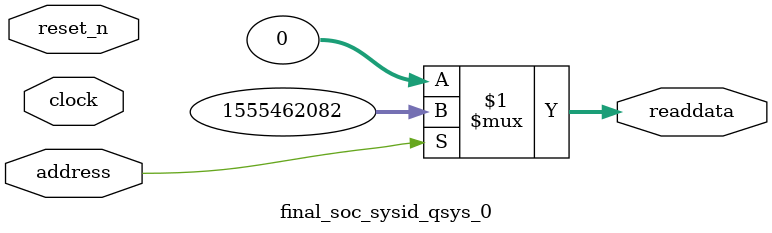
<source format=v>



// synthesis translate_off
`timescale 1ns / 1ps
// synthesis translate_on

// turn off superfluous verilog processor warnings 
// altera message_level Level1 
// altera message_off 10034 10035 10036 10037 10230 10240 10030 

module final_soc_sysid_qsys_0 (
               // inputs:
                address,
                clock,
                reset_n,

               // outputs:
                readdata
             )
;

  output  [ 31: 0] readdata;
  input            address;
  input            clock;
  input            reset_n;

  wire    [ 31: 0] readdata;
  //control_slave, which is an e_avalon_slave
  assign readdata = address ? 1555462082 : 0;

endmodule



</source>
